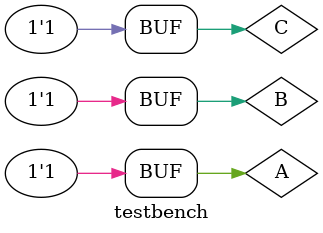
<source format=v>
`timescale 1ns/1ps
module testbench();

reg A,B,C;

//定义数据输入
initial begin
    A=1'b0;
    #10 A=1'b1;
    #20 A=1'b0;
    #30 A=1'b1;
end

initial begin
    B=1'b0;
    #5 B=1'b1;
    #10 B=1'b0;
    #25 B=1'b1;
end

initial begin
    C=1'b1;
    #15 C=1'b0;
    #20 C=1'b1;
end

wire F;
voter voter(
    .a(A),
    .b(B),
    .c(C),
    .f(F)
);

endmodule

</source>
